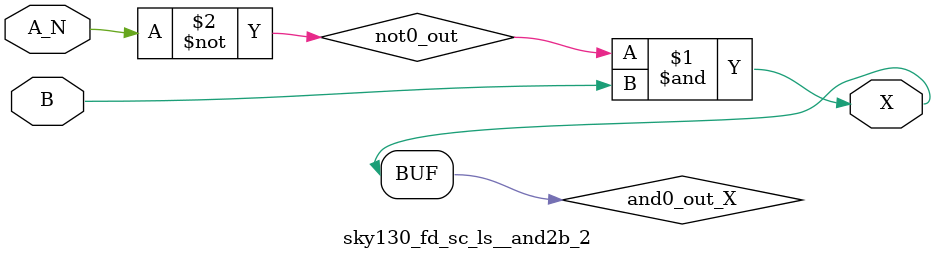
<source format=v>
/*
 * Copyright 2020 The SkyWater PDK Authors
 *
 * Licensed under the Apache License, Version 2.0 (the "License");
 * you may not use this file except in compliance with the License.
 * You may obtain a copy of the License at
 *
 *     https://www.apache.org/licenses/LICENSE-2.0
 *
 * Unless required by applicable law or agreed to in writing, software
 * distributed under the License is distributed on an "AS IS" BASIS,
 * WITHOUT WARRANTIES OR CONDITIONS OF ANY KIND, either express or implied.
 * See the License for the specific language governing permissions and
 * limitations under the License.
 *
 * SPDX-License-Identifier: Apache-2.0
*/


`ifndef SKY130_FD_SC_LS__AND2B_2_FUNCTIONAL_V
`define SKY130_FD_SC_LS__AND2B_2_FUNCTIONAL_V

/**
 * and2b: 2-input AND, first input inverted.
 *
 * Verilog simulation functional model.
 */

`timescale 1ns / 1ps
`default_nettype none

`celldefine
module sky130_fd_sc_ls__and2b_2 (
    X  ,
    A_N,
    B
);

    // Module ports
    output X  ;
    input  A_N;
    input  B  ;

    // Local signals
    wire not0_out  ;
    wire and0_out_X;

    //  Name  Output      Other arguments
    not not0 (not0_out  , A_N            );
    and and0 (and0_out_X, not0_out, B    );
    buf buf0 (X         , and0_out_X     );

endmodule
`endcelldefine

`default_nettype wire
`endif  // SKY130_FD_SC_LS__AND2B_2_FUNCTIONAL_V

</source>
